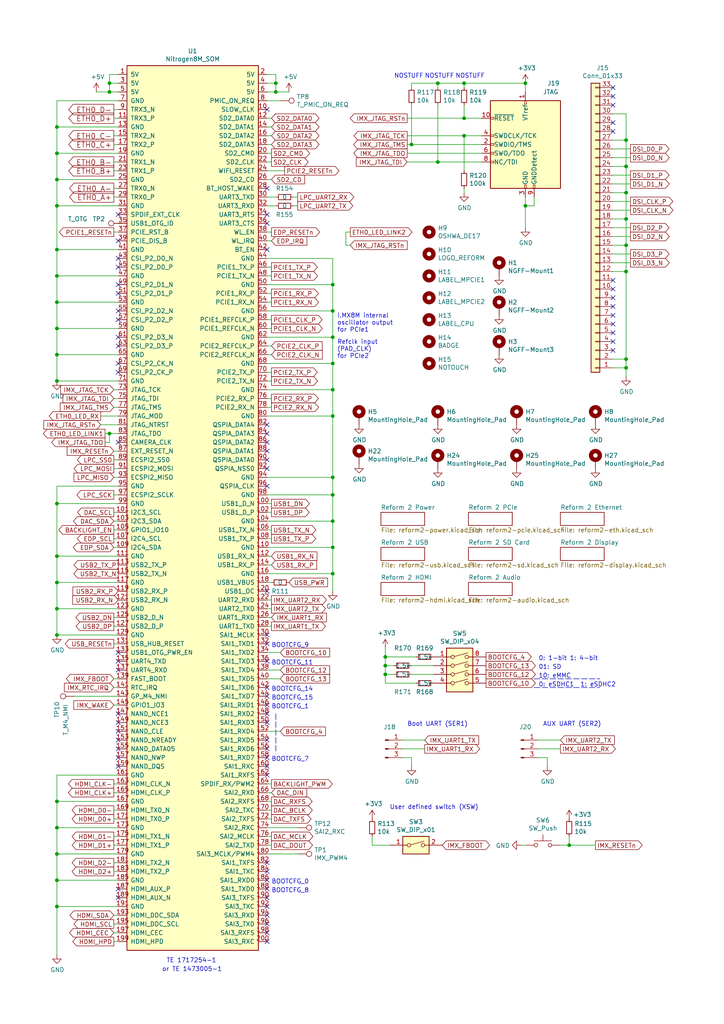
<source format=kicad_sch>
(kicad_sch (version 20211123) (generator eeschema)
  (paper "A4" portrait)
  (title_block (title "MNT Reform 2") (date "2022-10-12") (rev "2.5D-1") (company "MNT Research GmbH") (comment 1 "https://mntre.com") (comment 2 "Engineer: Lukas F. Hartmann") (comment 3 "License: CERN-OHL-S 2.0"))
  (junction (at 16.51 247.65))
  (junction (at 96.52 151.13))
  (junction (at 16.51 72.39))
  (junction (at 80.01 26.67))
  (junction (at 96.52 113.03))
  (junction (at 16.51 232.41))
  (junction (at 16.51 168.91))
  (junction (at 31.75 24.13))
  (junction (at 16.51 36.83))
  (junction (at 16.51 59.69))
  (junction (at 16.51 255.27))
  (junction (at 16.51 184.15))
  (junction (at 134.62 24.13))
  (junction (at 31.75 26.67))
  (junction (at 119.38 41.91))
  (junction (at 16.51 262.89))
  (junction (at 96.52 138.43))
  (junction (at 16.51 95.25))
  (junction (at 181.61 106.68))
  (junction (at 111.76 195.58))
  (junction (at 181.61 104.14))
  (junction (at 96.52 82.55))
  (junction (at 181.61 71.12))
  (junction (at 134.62 39.37))
  (junction (at 181.61 63.5))
  (junction (at 181.61 40.64))
  (junction (at 152.4 24.13))
  (junction (at 127 46.99))
  (junction (at 16.51 161.29))
  (junction (at 96.52 120.65))
  (junction (at 181.61 55.88))
  (junction (at 181.61 48.26))
  (junction (at 16.51 44.45))
  (junction (at 111.76 193.04))
  (junction (at 181.61 78.74))
  (junction (at 96.52 143.51))
  (junction (at 16.51 87.63))
  (junction (at 31.75 125.73))
  (junction (at 152.4 59.69))
  (junction (at 16.51 176.53))
  (junction (at 96.52 105.41))
  (junction (at 80.01 24.13))
  (junction (at 111.76 190.5))
  (junction (at 16.51 102.87))
  (junction (at 96.52 166.37))
  (junction (at 16.51 80.01))
  (junction (at 96.52 158.75))
  (junction (at 96.52 97.79))
  (junction (at 16.51 240.03))
  (junction (at 16.51 52.07))
  (junction (at 165.1 245.11))
  (junction (at 16.51 110.49))
  (junction (at 96.52 90.17))
  (junction (at 16.51 146.05))
  (junction (at 127 24.13))
  (junction (at 134.62 34.29))
  (no_connect (at 77.47 125.73))
  (no_connect (at 34.29 217.17))
  (no_connect (at 34.29 62.23))
  (no_connect (at 77.47 267.97))
  (no_connect (at 34.29 209.55))
  (no_connect (at 177.8 91.44))
  (no_connect (at 177.8 83.82))
  (no_connect (at 34.29 257.81))
  (no_connect (at 77.47 255.27))
  (no_connect (at 77.47 140.97))
  (no_connect (at 77.47 222.25))
  (no_connect (at 77.47 54.61))
  (no_connect (at 77.47 219.71))
  (no_connect (at 77.47 262.89))
  (no_connect (at 177.8 27.94))
  (no_connect (at 34.29 207.01))
  (no_connect (at 34.29 222.25))
  (no_connect (at 34.29 100.33))
  (no_connect (at 34.29 191.77))
  (no_connect (at 34.29 219.71))
  (no_connect (at 77.47 72.39))
  (no_connect (at 77.47 204.47))
  (no_connect (at 34.29 85.09))
  (no_connect (at 77.47 123.19))
  (no_connect (at 177.8 99.06))
  (no_connect (at 77.47 64.77))
  (no_connect (at 34.29 189.23))
  (no_connect (at 34.29 260.35))
  (no_connect (at 77.47 186.69))
  (no_connect (at 77.47 224.79))
  (no_connect (at 77.47 133.35))
  (no_connect (at 177.8 81.28))
  (no_connect (at 77.47 201.93))
  (no_connect (at 77.47 171.45))
  (no_connect (at 77.47 199.39))
  (no_connect (at 177.8 88.9))
  (no_connect (at 177.8 93.98))
  (no_connect (at 34.29 214.63))
  (no_connect (at 177.8 38.1))
  (no_connect (at 34.29 92.71))
  (no_connect (at 77.47 217.17))
  (no_connect (at 77.47 184.15))
  (no_connect (at 77.47 214.63))
  (no_connect (at 34.29 194.31))
  (no_connect (at 177.8 25.4))
  (no_connect (at 77.47 207.01))
  (no_connect (at 34.29 82.55))
  (no_connect (at 177.8 96.52))
  (no_connect (at 34.29 69.85))
  (no_connect (at 34.29 128.27))
  (no_connect (at 77.47 270.51))
  (no_connect (at 34.29 212.09))
  (no_connect (at 34.29 107.95))
  (no_connect (at 77.47 273.05))
  (no_connect (at 34.29 90.17))
  (no_connect (at 77.47 135.89))
  (no_connect (at 177.8 35.56))
  (no_connect (at 77.47 265.43))
  (no_connect (at 77.47 209.55))
  (no_connect (at 34.29 97.79))
  (no_connect (at 177.8 30.48))
  (no_connect (at 34.29 74.93))
  (no_connect (at 77.47 31.75))
  (no_connect (at 77.47 250.19))
  (no_connect (at 77.47 257.81))
  (no_connect (at 34.29 77.47))
  (no_connect (at 77.47 62.23))
  (no_connect (at 77.47 191.77))
  (no_connect (at 177.8 101.6))
  (no_connect (at 34.29 105.41))
  (no_connect (at 77.47 260.35))
  (no_connect (at 77.47 130.81))
  (no_connect (at 177.8 86.36))
  (no_connect (at 77.47 252.73))
  (no_connect (at 77.47 128.27))
  (wire (pts (xy 77.47 151.13) (xy 96.52 151.13)))
  (wire (pts (xy 77.47 24.13) (xy 80.01 24.13)))
  (wire (pts (xy 96.52 90.17) (xy 96.52 97.79)))
  (wire (pts (xy 16.51 80.01) (xy 16.51 87.63)))
  (wire (pts (xy 34.29 80.01) (xy 16.51 80.01)))
  (wire (pts (xy 111.76 195.58) (xy 111.76 193.04)))
  (wire (pts (xy 34.29 146.05) (xy 16.51 146.05)))
  (wire (pts (xy 127 24.13) (xy 127 25.4)))
  (wire (pts (xy 16.51 72.39) (xy 16.51 80.01)))
  (wire (pts (xy 119.38 24.13) (xy 119.38 25.4)))
  (wire (pts (xy 177.8 68.58) (xy 182.88 68.58)))
  (wire (pts (xy 34.29 52.07) (xy 16.51 52.07)))
  (wire (pts (xy 16.51 87.63) (xy 16.51 95.25)))
  (wire (pts (xy 100.33 67.31) (xy 101.6 67.31)))
  (wire (pts (xy 77.47 46.99) (xy 78.74 46.99)))
  (wire (pts (xy 83.82 26.67) (xy 80.01 26.67)))
  (wire (pts (xy 77.47 92.71) (xy 78.74 92.71)))
  (wire (pts (xy 181.61 78.74) (xy 181.61 104.14)))
  (wire (pts (xy 31.75 24.13) (xy 31.75 21.59)))
  (wire (pts (xy 77.47 120.65) (xy 96.52 120.65)))
  (wire (pts (xy 78.74 181.61) (xy 77.47 181.61)))
  (wire (pts (xy 33.02 54.61) (xy 34.29 54.61)))
  (wire (pts (xy 78.74 234.95) (xy 77.47 234.95)))
  (polyline (pts (xy 154.94 196.85) (xy 173.99 196.85)))
  (wire (pts (xy 16.51 59.69) (xy 16.51 72.39)))
  (wire (pts (xy 96.52 74.93) (xy 96.52 82.55)))
  (wire (pts (xy 34.29 140.97) (xy 16.51 140.97)))
  (wire (pts (xy 33.02 186.69) (xy 34.29 186.69)))
  (wire (pts (xy 111.76 193.04) (xy 114.3 193.04)))
  (wire (pts (xy 78.74 44.45) (xy 77.47 44.45)))
  (wire (pts (xy 77.47 138.43) (xy 96.52 138.43)))
  (wire (pts (xy 34.29 118.11) (xy 33.02 118.11)))
  (wire (pts (xy 16.51 262.89) (xy 16.51 255.27)))
  (wire (pts (xy 96.52 158.75) (xy 96.52 166.37)))
  (wire (pts (xy 177.8 48.26) (xy 181.61 48.26)))
  (wire (pts (xy 96.52 105.41) (xy 96.52 113.03)))
  (wire (pts (xy 34.29 31.75) (xy 33.02 31.75)))
  (wire (pts (xy 77.47 105.41) (xy 96.52 105.41)))
  (wire (pts (xy 77.47 82.55) (xy 96.52 82.55)))
  (wire (pts (xy 181.61 109.22) (xy 181.61 106.68)))
  (wire (pts (xy 78.74 87.63) (xy 77.47 87.63)))
  (wire (pts (xy 125.73 193.04) (xy 119.38 193.04)))
  (wire (pts (xy 152.4 59.69) (xy 152.4 66.04)))
  (wire (pts (xy 162.56 214.63) (xy 156.21 214.63)))
  (wire (pts (xy 181.61 48.26) (xy 181.61 55.88)))
  (wire (pts (xy 182.88 50.8) (xy 177.8 50.8)))
  (wire (pts (xy 29.21 120.65) (xy 34.29 120.65)))
  (wire (pts (xy 96.52 171.45) (xy 96.52 166.37)))
  (wire (pts (xy 16.51 255.27) (xy 34.29 255.27)))
  (wire (pts (xy 77.47 36.83) (xy 78.74 36.83)))
  (wire (pts (xy 34.29 57.15) (xy 33.02 57.15)))
  (wire (pts (xy 111.76 193.04) (xy 111.76 190.5)))
  (wire (pts (xy 78.74 148.59) (xy 77.47 148.59)))
  (wire (pts (xy 34.29 125.73) (xy 31.75 125.73)))
  (wire (pts (xy 81.28 29.21) (xy 77.47 29.21)))
  (wire (pts (xy 134.62 30.48) (xy 134.62 34.29)))
  (wire (pts (xy 33.02 46.99) (xy 34.29 46.99)))
  (wire (pts (xy 34.29 41.91) (xy 33.02 41.91)))
  (wire (pts (xy 165.1 245.11) (xy 172.72 245.11)))
  (wire (pts (xy 96.52 138.43) (xy 96.52 143.51)))
  (wire (pts (xy 33.02 181.61) (xy 34.29 181.61)))
  (wire (pts (xy 134.62 24.13) (xy 127 24.13)))
  (wire (pts (xy 165.1 242.57) (xy 165.1 245.11)))
  (wire (pts (xy 86.36 240.03) (xy 77.47 240.03)))
  (wire (pts (xy 34.29 267.97) (xy 33.02 267.97)))
  (wire (pts (xy 34.29 201.93) (xy 21.59 201.93)))
  (wire (pts (xy 34.29 72.39) (xy 16.51 72.39)))
  (wire (pts (xy 127 30.48) (xy 127 46.99)))
  (wire (pts (xy 16.51 140.97) (xy 16.51 146.05)))
  (wire (pts (xy 181.61 40.64) (xy 181.61 48.26)))
  (wire (pts (xy 34.29 232.41) (xy 16.51 232.41)))
  (wire (pts (xy 34.29 204.47) (xy 33.02 204.47)))
  (wire (pts (xy 78.74 161.29) (xy 77.47 161.29)))
  (wire (pts (xy 33.02 67.31) (xy 34.29 67.31)))
  (wire (pts (xy 34.29 245.11) (xy 33.02 245.11)))
  (wire (pts (xy 134.62 34.29) (xy 139.7 34.29)))
  (wire (pts (xy 30.48 128.27) (xy 31.75 128.27)))
  (wire (pts (xy 33.02 229.87) (xy 34.29 229.87)))
  (wire (pts (xy 127 24.13) (xy 119.38 24.13)))
  (wire (pts (xy 33.02 39.37) (xy 34.29 39.37)))
  (wire (pts (xy 34.29 110.49) (xy 16.51 110.49)))
  (wire (pts (xy 16.51 161.29) (xy 34.29 161.29)))
  (wire (pts (xy 78.74 168.91) (xy 77.47 168.91)))
  (wire (pts (xy 77.47 227.33) (xy 78.74 227.33)))
  (wire (pts (xy 177.8 60.96) (xy 182.88 60.96)))
  (wire (pts (xy 80.01 59.69) (xy 77.47 59.69)))
  (wire (pts (xy 181.61 33.02) (xy 181.61 40.64)))
  (wire (pts (xy 77.47 173.99) (xy 78.74 173.99)))
  (wire (pts (xy 78.74 156.21) (xy 77.47 156.21)))
  (wire (pts (xy 33.02 130.81) (xy 34.29 130.81)))
  (wire (pts (xy 101.6 71.12) (xy 100.33 71.12)))
  (wire (pts (xy 96.52 120.65) (xy 96.52 138.43)))
  (wire (pts (xy 177.8 63.5) (xy 181.61 63.5)))
  (wire (pts (xy 77.47 153.67) (xy 78.74 153.67)))
  (wire (pts (xy 16.51 247.65) (xy 16.51 255.27)))
  (wire (pts (xy 34.29 44.45) (xy 16.51 44.45)))
  (wire (pts (xy 33.02 252.73) (xy 34.29 252.73)))
  (wire (pts (xy 134.62 39.37) (xy 139.7 39.37)))
  (wire (pts (xy 34.29 273.05) (xy 33.02 273.05)))
  (polyline (pts (xy 154.94 199.39) (xy 173.99 199.39)))
  (wire (pts (xy 182.88 58.42) (xy 177.8 58.42)))
  (wire (pts (xy 34.29 179.07) (xy 33.02 179.07)))
  (wire (pts (xy 34.29 199.39) (xy 33.02 199.39)))
  (wire (pts (xy 123.19 214.63) (xy 116.84 214.63)))
  (wire (pts (xy 77.47 113.03) (xy 96.52 113.03)))
  (wire (pts (xy 152.4 24.13) (xy 134.62 24.13)))
  (wire (pts (xy 35.56 64.77) (xy 34.29 64.77)))
  (wire (pts (xy 34.29 133.35) (xy 33.02 133.35)))
  (wire (pts (xy 33.02 153.67) (xy 34.29 153.67)))
  (wire (pts (xy 34.29 250.19) (xy 33.02 250.19)))
  (wire (pts (xy 158.75 219.71) (xy 156.21 219.71)))
  (wire (pts (xy 77.47 102.87) (xy 78.74 102.87)))
  (wire (pts (xy 77.47 146.05) (xy 78.74 146.05)))
  (wire (pts (xy 77.47 41.91) (xy 78.74 41.91)))
  (wire (pts (xy 31.75 26.67) (xy 27.94 26.67)))
  (wire (pts (xy 125.73 195.58) (xy 119.38 195.58)))
  (wire (pts (xy 16.51 102.87) (xy 16.51 110.49)))
  (wire (pts (xy 16.51 52.07) (xy 16.51 59.69)))
  (wire (pts (xy 78.74 95.25) (xy 77.47 95.25)))
  (wire (pts (xy 177.8 40.64) (xy 181.61 40.64)))
  (wire (pts (xy 34.29 227.33) (xy 33.02 227.33)))
  (wire (pts (xy 77.47 26.67) (xy 80.01 26.67)))
  (wire (pts (xy 182.88 45.72) (xy 177.8 45.72)))
  (wire (pts (xy 34.29 24.13) (xy 31.75 24.13)))
  (wire (pts (xy 77.47 158.75) (xy 96.52 158.75)))
  (wire (pts (xy 96.52 82.55) (xy 96.52 90.17)))
  (wire (pts (xy 78.74 115.57) (xy 77.47 115.57)))
  (wire (pts (xy 177.8 33.02) (xy 181.61 33.02)))
  (wire (pts (xy 182.88 73.66) (xy 177.8 73.66)))
  (wire (pts (xy 162.56 245.11) (xy 165.1 245.11)))
  (wire (pts (xy 182.88 66.04) (xy 177.8 66.04)))
  (wire (pts (xy 134.62 55.88) (xy 134.62 54.61)))
  (wire (pts (xy 127 46.99) (xy 139.7 46.99)))
  (wire (pts (xy 118.11 39.37) (xy 134.62 39.37)))
  (wire (pts (xy 16.51 146.05) (xy 16.51 161.29)))
  (wire (pts (xy 152.4 57.15) (xy 152.4 59.69)))
  (wire (pts (xy 16.51 176.53) (xy 16.51 184.15)))
  (wire (pts (xy 34.29 113.03) (xy 33.02 113.03)))
  (wire (pts (xy 96.52 97.79) (xy 96.52 105.41)))
  (wire (pts (xy 16.51 276.86) (xy 16.51 262.89)))
  (wire (pts (xy 77.47 85.09) (xy 78.74 85.09)))
  (wire (pts (xy 34.29 237.49) (xy 33.02 237.49)))
  (wire (pts (xy 77.47 49.53) (xy 82.55 49.53)))
  (wire (pts (xy 77.47 77.47) (xy 78.74 77.47)))
  (wire (pts (xy 77.47 179.07) (xy 78.74 179.07)))
  (wire (pts (xy 33.02 270.51) (xy 34.29 270.51)))
  (wire (pts (xy 34.29 247.65) (xy 16.51 247.65)))
  (wire (pts (xy 77.47 237.49) (xy 78.74 237.49)))
  (wire (pts (xy 177.8 76.2) (xy 182.88 76.2)))
  (wire (pts (xy 100.33 71.12) (xy 100.33 67.31)))
  (wire (pts (xy 181.61 63.5) (xy 181.61 71.12)))
  (wire (pts (xy 77.47 110.49) (xy 78.74 110.49)))
  (wire (pts (xy 78.74 242.57) (xy 77.47 242.57)))
  (wire (pts (xy 31.75 128.27) (xy 31.75 125.73)))
  (wire (pts (xy 29.21 123.19) (xy 34.29 123.19)))
  (wire (pts (xy 77.47 21.59) (xy 80.01 21.59)))
  (wire (pts (xy 31.75 125.73) (xy 30.48 125.73)))
  (wire (pts (xy 162.56 217.17) (xy 156.21 217.17)))
  (wire (pts (xy 77.47 245.11) (xy 78.74 245.11)))
  (wire (pts (xy 16.51 168.91) (xy 16.51 176.53)))
  (wire (pts (xy 118.11 34.29) (xy 134.62 34.29)))
  (polyline (pts (xy 80.01 207.01) (xy 80.01 218.44)))
  (wire (pts (xy 107.95 245.11) (xy 107.95 242.57)))
  (wire (pts (xy 78.74 52.07) (xy 77.47 52.07)))
  (wire (pts (xy 96.52 143.51) (xy 96.52 151.13)))
  (wire (pts (xy 34.29 102.87) (xy 16.51 102.87)))
  (wire (pts (xy 31.75 26.67) (xy 31.75 24.13)))
  (wire (pts (xy 80.01 26.67) (xy 80.01 24.13)))
  (wire (pts (xy 81.28 189.23) (xy 77.47 189.23)))
  (wire (pts (xy 33.02 138.43) (xy 34.29 138.43)))
  (wire (pts (xy 78.74 107.95) (xy 77.47 107.95)))
  (wire (pts (xy 80.01 24.13) (xy 80.01 21.59)))
  (wire (pts (xy 78.74 80.01) (xy 77.47 80.01)))
  (wire (pts (xy 77.47 90.17) (xy 96.52 90.17)))
  (wire (pts (xy 16.51 232.41) (xy 16.51 240.03)))
  (wire (pts (xy 139.7 44.45) (xy 118.11 44.45)))
  (wire (pts (xy 77.47 97.79) (xy 96.52 97.79)))
  (wire (pts (xy 78.74 229.87) (xy 77.47 229.87)))
  (wire (pts (xy 34.29 158.75) (xy 33.02 158.75)))
  (wire (pts (xy 16.51 262.89) (xy 34.29 262.89)))
  (wire (pts (xy 134.62 49.53) (xy 134.62 39.37)))
  (wire (pts (xy 34.29 224.79) (xy 16.51 224.79)))
  (wire (pts (xy 134.62 24.13) (xy 134.62 25.4)))
  (wire (pts (xy 33.02 242.57) (xy 34.29 242.57)))
  (wire (pts (xy 119.38 41.91) (xy 139.7 41.91)))
  (wire (pts (xy 33.02 156.21) (xy 34.29 156.21)))
  (wire (pts (xy 33.02 196.85) (xy 34.29 196.85)))
  (wire (pts (xy 177.8 53.34) (xy 182.88 53.34)))
  (wire (pts (xy 151.13 245.11) (xy 152.4 245.11)))
  (wire (pts (xy 85.09 57.15) (xy 86.36 57.15)))
  (wire (pts (xy 34.29 176.53) (xy 16.51 176.53)))
  (wire (pts (xy 81.28 212.09) (xy 77.47 212.09)))
  (wire (pts (xy 16.51 102.87) (xy 16.51 95.25)))
  (wire (pts (xy 119.38 222.25) (xy 119.38 219.71)))
  (wire (pts (xy 33.02 34.29) (xy 34.29 34.29)))
  (wire (pts (xy 34.29 29.21) (xy 16.51 29.21)))
  (wire (pts (xy 181.61 106.68) (xy 177.8 106.68)))
  (wire (pts (xy 78.74 34.29) (xy 77.47 34.29)))
  (wire (pts (xy 96.52 113.03) (xy 96.52 120.65)))
  (wire (pts (xy 111.76 195.58) (xy 114.3 195.58)))
  (wire (pts (xy 34.29 59.69) (xy 16.51 59.69)))
  (wire (pts (xy 33.02 234.95) (xy 34.29 234.95)))
  (wire (pts (xy 34.29 240.03) (xy 16.51 240.03)))
  (wire (pts (xy 77.47 69.85) (xy 78.74 69.85)))
  (wire (pts (xy 81.28 194.31) (xy 77.47 194.31)))
  (wire (pts (xy 154.94 59.69) (xy 154.94 57.15)))
  (wire (pts (xy 177.8 78.74) (xy 181.61 78.74)))
  (wire (pts (xy 34.29 49.53) (xy 33.02 49.53)))
  (wire (pts (xy 33.02 151.13) (xy 34.29 151.13)))
  (wire (pts (xy 34.29 21.59) (xy 31.75 21.59)))
  (wire (pts (xy 34.29 26.67) (xy 31.75 26.67)))
  (wire (pts (xy 77.47 163.83) (xy 78.74 163.83)))
  (wire (pts (xy 77.47 143.51) (xy 96.52 143.51)))
  (wire (pts (xy 158.75 222.25) (xy 158.75 219.71)))
  (wire (pts (xy 85.09 59.69) (xy 86.36 59.69)))
  (wire (pts (xy 113.03 245.11) (xy 107.95 245.11)))
  (wire (pts (xy 181.61 104.14) (xy 181.61 106.68)))
  (wire (pts (xy 177.8 55.88) (xy 181.61 55.88)))
  (wire (pts (xy 119.38 41.91) (xy 119.38 30.48)))
  (wire (pts (xy 34.29 168.91) (xy 16.51 168.91)))
  (wire (pts (xy 77.47 118.11) (xy 78.74 118.11)))
  (wire (pts (xy 16.51 240.03) (xy 16.51 247.65)))
  (wire (pts (xy 181.61 55.88) (xy 181.61 63.5)))
  (wire (pts (xy 119.38 219.71) (xy 116.84 219.71)))
  (wire (pts (xy 111.76 190.5) (xy 120.65 190.5)))
  (wire (pts (xy 177.8 71.12) (xy 181.61 71.12)))
  (wire (pts (xy 16.51 168.91) (xy 16.51 161.29)))
  (wire (pts (xy 77.47 67.31) (xy 78.74 67.31)))
  (wire (pts (xy 16.51 29.21) (xy 16.51 36.83)))
  (wire (pts (xy 33.02 135.89) (xy 34.29 135.89)))
  (wire (pts (xy 118.11 41.91) (xy 119.38 41.91)))
  (wire (pts (xy 152.4 59.69) (xy 154.94 59.69)))
  (wire (pts (xy 34.29 87.63) (xy 16.51 87.63)))
  (wire (pts (xy 123.19 217.17) (xy 116.84 217.17)))
  (wire (pts (xy 77.47 247.65) (xy 86.36 247.65)))
  (wire (pts (xy 16.51 44.45) (xy 16.51 52.07)))
  (wire (pts (xy 78.74 39.37) (xy 77.47 39.37)))
  (wire (pts (xy 96.52 166.37) (xy 77.47 166.37)))
  (wire (pts (xy 16.51 95.25) (xy 34.29 95.25)))
  (wire (pts (xy 77.47 232.41) (xy 78.74 232.41)))
  (wire (pts (xy 182.88 43.18) (xy 177.8 43.18)))
  (wire (pts (xy 181.61 71.12) (xy 181.61 78.74)))
  (wire (pts (xy 78.74 100.33) (xy 77.47 100.33)))
  (wire (pts (xy 96.52 151.13) (xy 96.52 158.75)))
  (wire (pts (xy 34.29 184.15) (xy 16.51 184.15)))
  (wire (pts (xy 33.02 115.57) (xy 34.29 115.57)))
  (wire (pts (xy 81.28 196.85) (xy 77.47 196.85)))
  (wire (pts (xy 16.51 224.79) (xy 16.51 232.41)))
  (wire (pts (xy 77.47 74.93) (xy 96.52 74.93)))
  (wire (pts (xy 16.51 36.83) (xy 16.51 44.45)))
  (wire (pts (xy 78.74 176.53) (xy 77.47 176.53)))
  (wire (pts (xy 33.02 148.59) (xy 34.29 148.59)))
  (wire (pts (xy 33.02 265.43) (xy 34.29 265.43)))
  (wire (pts (xy 33.02 143.51) (xy 34.29 143.51)))
  (wire (pts (xy 177.8 104.14) (xy 181.61 104.14)))
  (wire (pts (xy 120.65 198.12) (xy 111.76 198.12)))
  (wire (pts (xy 127 46.99) (xy 118.11 46.99)))
  (wire (pts (xy 152.4 24.13) (xy 152.4 26.67)))
  (wire (pts (xy 111.76 195.58) (xy 111.76 198.12)))
  (wire (pts (xy 34.29 36.83) (xy 16.51 36.83)))
  (wire (pts (xy 111.76 187.96) (xy 111.76 190.5)))
  (wire (pts (xy 77.47 57.15) (xy 80.01 57.15)))
  (text "NOSTUFF" (at 114.3 22.86 0) (effects (font (size 1.27 1.27)) (justify left bottom)))
  (text "01: SD" (at 156.21 194.31 0) (effects (font (size 1.27 1.27)) (justify left bottom)))
  (text "BOOTCFG_7" (at 78.74 220.98 0) (effects (font (size 1.27 1.27)) (justify left bottom)))
  (text "BOOTCFG_0" (at 78.74 256.54 0) (effects (font (size 1.27 1.27)) (justify left bottom)))
  (text "10: eMMC" (at 156.21 196.85 0) (effects (font (size 1.27 1.27)) (justify left bottom)))
  (text "TE 1717254-1" (at 48.26 279.4 0) (effects (font (size 1.27 1.27)) (justify left bottom)))
  (text "BOOTCFG_9" (at 78.74 187.96 0) (effects (font (size 1.27 1.27)) (justify left bottom)))
  (text "Boot UART (SER1)" (at 118.11 210.82 0) (effects (font (size 1.27 1.27)) (justify left bottom)))
  (text "User defined switch (XSW)" (at 113.03 234.95 0) (effects (font (size 1.27 1.27)) (justify left bottom)))
  (text "BOOTCFG_14" (at 78.74 200.66 0) (effects (font (size 1.27 1.27)) (justify left bottom)))
  (text "BOOTCFG_15" (at 78.74 203.2 0) (effects (font (size 1.27 1.27)) (justify left bottom)))
  (text "NOSTUFF" (at 123.19 22.86 0) (effects (font (size 1.27 1.27)) (justify left bottom)))
  (text "0: 1-bit 1: 4-bit" (at 156.21 191.77 0) (effects (font (size 1.27 1.27)) (justify left bottom)))
  (text "BOOTCFG_1" (at 78.74 205.74 0) (effects (font (size 1.27 1.27)) (justify left bottom)))
  (text "NOSTUFF" (at 132.08 22.86 0) (effects (font (size 1.27 1.27)) (justify left bottom)))
  (text "BOOTCFG_11" (at 78.74 193.04 0) (effects (font (size 1.27 1.27)) (justify left bottom)))
  (text "BOOTCFG_8" (at 78.74 259.08 0) (effects (font (size 1.27 1.27)) (justify left bottom)))
  (text "i.MX8M internal \noscillator output \nfor PCIe1" (at 97.79 96.52 0) (effects (font (size 1.27 1.27)) (justify left bottom)))
  (text "Refclk input \n(PAD_CLK) \nfor PCIe2" (at 97.79 104.14 0) (effects (font (size 1.27 1.27)) (justify left bottom)))
  (text "or TE 1473005-1" (at 46.99 281.94 0) (effects (font (size 1.27 1.27)) (justify left bottom)))
  (text "AUX UART (SER2)" (at 157.48 210.82 0) (effects (font (size 1.27 1.27)) (justify left bottom)))
  (text "0: eSDHC1  1: eSDHC2" (at 156.21 199.39 0) (effects (font (size 1.27 1.27)) (justify left bottom)))
  (global_label "ETH0_D+" (shape output) (at 33.02 34.29 180) (effects (font (size 1.524 1.524))) (property "Intersheet References" "${INTERSHEET_REFS}" (effects hide)))
  (global_label "IMX_JTAG_TMS" (shape output) (at 118.11 41.91 180) (property "Intersheet References" "${INTERSHEET_REFS}" (effects hide)))
  (global_label "HDMI_D2+" (shape output) (at 33.02 252.73 180) (property "Intersheet References" "${INTERSHEET_REFS}" (effects hide)))
  (global_label "PCIE1_TX_N" (shape output) (at 78.74 80.01 0) (property "Intersheet References" "${INTERSHEET_REFS}" (effects hide)))
  (global_label "DAC_SCL" (shape output) (at 33.02 148.59 180) (property "Intersheet References" "${INTERSHEET_REFS}" (effects hide)))
  (global_label "PCIE1_RESETn" (shape output) (at 33.02 67.31 180) (property "Intersheet References" "${INTERSHEET_REFS}" (effects hide)))
  (global_label "IMX_JTAG_RSTn" (shape input) (at 101.6 71.12 0) (property "Intersheet References" "${INTERSHEET_REFS}" (effects hide)))
  (global_label "USB2_DP" (shape output) (at 33.02 181.61 180) (property "Intersheet References" "${INTERSHEET_REFS}" (effects hide)))
  (global_label "IMX_UART2_TX" (shape input) (at 162.56 214.63 0) (property "Intersheet References" "${INTERSHEET_REFS}" (effects hide)))
  (global_label "ETH0_LED_LINK1" (shape output) (at 30.48 125.73 180) (property "Intersheet References" "${INTERSHEET_REFS}" (effects hide)))
  (global_label "DAC_DOUT" (shape output) (at 78.74 245.11 0) (property "Intersheet References" "${INTERSHEET_REFS}" (effects hide)))
  (global_label "PCIE1_CLK_N" (shape output) (at 78.74 95.25 0) (property "Intersheet References" "${INTERSHEET_REFS}" (effects hide)))
  (global_label "DAC_MCLK" (shape output) (at 78.74 242.57 0) (property "Intersheet References" "${INTERSHEET_REFS}" (effects hide)))
  (global_label "ETH0_B+" (shape output) (at 33.02 49.53 180) (effects (font (size 1.524 1.524))) (property "Intersheet References" "${INTERSHEET_REFS}" (effects hide)))
  (global_label "HDMI_D0+" (shape output) (at 33.02 237.49 180) (property "Intersheet References" "${INTERSHEET_REFS}" (effects hide)))
  (global_label "DSI_D1_P" (shape output) (at 182.88 50.8 0) (property "Intersheet References" "${INTERSHEET_REFS}" (effects hide)))
  (global_label "DAC_TXFS" (shape output) (at 78.74 237.49 0) (property "Intersheet References" "${INTERSHEET_REFS}" (effects hide)))
  (global_label "DSI_D0_N" (shape output) (at 182.88 45.72 0) (property "Intersheet References" "${INTERSHEET_REFS}" (effects hide)))
  (global_label "DAC_SDA" (shape bidirectional) (at 33.02 151.13 180) (property "Intersheet References" "${INTERSHEET_REFS}" (effects hide)))
  (global_label "SD2_DATA3" (shape bidirectional) (at 78.74 41.91 0) (property "Intersheet References" "${INTERSHEET_REFS}" (effects hide)))
  (global_label "PCIE1_RX_N" (shape output) (at 78.74 87.63 0) (property "Intersheet References" "${INTERSHEET_REFS}" (effects hide)))
  (global_label "HDMI_SCL" (shape output) (at 33.02 267.97 180) (property "Intersheet References" "${INTERSHEET_REFS}" (effects hide)))
  (global_label "USB2_TX_P" (shape output) (at 34.29 163.83 180) (property "Intersheet References" "${INTERSHEET_REFS}" (effects hide)))
  (global_label "IMX_JTAG_TMS" (shape input) (at 33.02 118.11 180) (property "Intersheet References" "${INTERSHEET_REFS}" (effects hide)))
  (global_label "USB2_RX_N" (shape input) (at 34.29 173.99 180) (property "Intersheet References" "${INTERSHEET_REFS}" (effects hide)))
  (global_label "DSI_CLK_P" (shape output) (at 182.88 58.42 0) (property "Intersheet References" "${INTERSHEET_REFS}" (effects hide)))
  (global_label "EDP_RESETn" (shape output) (at 78.74 67.31 0) (property "Intersheet References" "${INTERSHEET_REFS}" (effects hide)))
  (global_label "PCIE2_RESETn" (shape output) (at 82.55 49.53 0) (property "Intersheet References" "${INTERSHEET_REFS}" (effects hide)))
  (global_label "IMX_UART1_TX" (shape input) (at 123.19 214.63 0) (property "Intersheet References" "${INTERSHEET_REFS}" (effects hide)))
  (global_label "IMX_JTAG_TCK" (shape input) (at 33.02 113.03 180) (property "Intersheet References" "${INTERSHEET_REFS}" (effects hide)))
  (global_label "IMX_UART2_RX" (shape output) (at 162.56 217.17 0) (property "Intersheet References" "${INTERSHEET_REFS}" (effects hide)))
  (global_label "LPC_UART2_TX" (shape output) (at 86.36 59.69 0) (property "Intersheet References" "${INTERSHEET_REFS}" (effects hide)))
  (global_label "USB2_DN" (shape output) (at 33.02 179.07 180) (property "Intersheet References" "${INTERSHEET_REFS}" (effects hide)))
  (global_label "IMX_FBOOT" (shape bidirectional) (at 33.02 196.85 180) (property "Intersheet References" "${INTERSHEET_REFS}" (effects hide)))
  (global_label "ETH0_C+" (shape output) (at 33.02 41.91 180) (effects (font (size 1.524 1.524))) (property "Intersheet References" "${INTERSHEET_REFS}" (effects hide)))
  (global_label "IMX_JTAG_RSTn" (shape input) (at 29.21 123.19 180) (property "Intersheet References" "${INTERSHEET_REFS}" (effects hide)))
  (global_label "USB1_TX_P" (shape output) (at 78.74 156.21 0) (property "Intersheet References" "${INTERSHEET_REFS}" (effects hide)))
  (global_label "USB1_TX_N" (shape output) (at 78.74 153.67 0) (property "Intersheet References" "${INTERSHEET_REFS}" (effects hide)))
  (global_label "IMX_UART1_TX" (shape output) (at 78.74 181.61 0) (property "Intersheet References" "${INTERSHEET_REFS}" (effects hide)))
  (global_label "DAC_BCLK" (shape output) (at 78.74 234.95 0) (property "Intersheet References" "${INTERSHEET_REFS}" (effects hide)))
  (global_label "HDMI_D1+" (shape output) (at 33.02 245.11 180) (property "Intersheet References" "${INTERSHEET_REFS}" (effects hide)))
  (global_label "BACKLIGHT_EN" (shape output) (at 33.02 153.67 180) (property "Intersheet References" "${INTERSHEET_REFS}" (effects hide)))
  (global_label "USB_RESETn" (shape output) (at 33.02 186.69 180) (property "Intersheet References" "${INTERSHEET_REFS}" (effects hide)))
  (global_label "ETH0_LED_RX" (shape output) (at 29.21 120.65 180) (property "Intersheet References" "${INTERSHEET_REFS}" (effects hide)))
  (global_label "EDP_IRQ" (shape input) (at 78.74 69.85 0) (property "Intersheet References" "${INTERSHEET_REFS}" (effects hide)))
  (global_label "BOOTCFG_13" (shape output) (at 140.97 193.04 0) (property "Intersheet References" "${INTERSHEET_REFS}" (effects hide)))
  (global_label "PCIE1_TX_P" (shape output) (at 78.74 77.47 0) (property "Intersheet References" "${INTERSHEET_REFS}" (effects hide)))
  (global_label "ETH0_A-" (shape output) (at 33.02 54.61 180) (effects (font (size 1.524 1.524))) (property "Intersheet References" "${INTERSHEET_REFS}" (effects hide)))
  (global_label "USB2_TX_N" (shape output) (at 34.29 166.37 180) (property "Intersheet References" "${INTERSHEET_REFS}" (effects hide)))
  (global_label "BACKLIGHT_PWM" (shape output) (at 78.74 227.33 0) (property "Intersheet References" "${INTERSHEET_REFS}" (effects hide)))
  (global_label "IMX_JTAG_TCK" (shape output) (at 118.11 39.37 180) (property "Intersheet References" "${INTERSHEET_REFS}" (effects hide)))
  (global_label "IMX_UART1_RX" (shape output) (at 123.19 217.17 0) (property "Intersheet References" "${INTERSHEET_REFS}" (effects hide)))
  (global_label "IMX_UART2_TX" (shape output) (at 78.74 176.53 0) (property "Intersheet References" "${INTERSHEET_REFS}" (effects hide)))
  (global_label "IMX_JTAG_TDO" (shape output) (at 118.11 44.45 180) (property "Intersheet References" "${INTERSHEET_REFS}" (effects hide)))
  (global_label "LPC_SCK" (shape output) (at 33.02 143.51 180) (property "Intersheet References" "${INTERSHEET_REFS}" (effects hide)))
  (global_label "IMX_JTAG_RSTn" (shape output) (at 118.11 34.29 180) (property "Intersheet References" "${INTERSHEET_REFS}" (effects hide)))
  (global_label "IMX_UART1_RX" (shape input) (at 78.74 179.07 0) (property "Intersheet References" "${INTERSHEET_REFS}" (effects hide)))
  (global_label "HDMI_SDA" (shape bidirectional) (at 33.02 265.43 180) (property "Intersheet References" "${INTERSHEET_REFS}" (effects hide)))
  (global_label "HDMI_CLK+" (shape output) (at 33.02 229.87 180) (property "Intersheet References" "${INTERSHEET_REFS}" (effects hide)))
  (global_label "SD2_DATA2" (shape bidirectional) (at 78.74 39.37 0) (property "Intersheet References" "${INTERSHEET_REFS}" (effects hide)))
  (global_label "PCIE2_CLK_N" (shape input) (at 78.74 102.87 0) (property "Intersheet References" "${INTERSHEET_REFS}" (effects hide)))
  (global_label "DSI_D2_N" (shape output) (at 182.88 68.58 0) (property "Intersheet References" "${INTERSHEET_REFS}" (effects hide)))
  (global_label "PCIE1_RX_P" (shape output) (at 78.74 85.09 0) (property "Intersheet References" "${INTERSHEET_REFS}" (effects hide)))
  (global_label "BOOTCFG_10" (shape output) (at 140.97 198.12 0) (property "Intersheet References" "${INTERSHEET_REFS}" (effects hide)))
  (global_label "LPC_SS0" (shape output) (at 33.02 133.35 180) (property "Intersheet References" "${INTERSHEET_REFS}" (effects hide)))
  (global_label "USB_PWR" (shape input) (at 83.82 168.91 0) (property "Intersheet References" "${INTERSHEET_REFS}" (effects hide)))
  (global_label "ETH0_C-" (shape output) (at 33.02 39.37 180) (effects (font (size 1.524 1.524))) (property "Intersheet References" "${INTERSHEET_REFS}" (effects hide)))
  (global_label "USB1_RX_N" (shape input) (at 78.74 161.29 0) (property "Intersheet References" "${INTERSHEET_REFS}" (effects hide)))
  (global_label "IMX_JTAG_TDI" (shape input) (at 118.11 46.99 180) (property "Intersheet References" "${INTERSHEET_REFS}" (effects hide)))
  (global_label "USB1_DP" (shape output) (at 78.74 148.59 0) (property "Intersheet References" "${INTERSHEET_REFS}" (effects hide)))
  (global_label "IMX_RESETn" (shape input) (at 33.02 130.81 180) (property "Intersheet References" "${INTERSHEET_REFS}" (effects hide)))
  (global_label "IMX_UART2_RX" (shape output) (at 78.74 173.99 0) (property "Intersheet References" "${INTERSHEET_REFS}" (effects hide)))
  (global_label "LPC_MISO" (shape input) (at 33.02 138.43 180) (property "Intersheet References" "${INTERSHEET_REFS}" (effects hide)))
  (global_label "PCIE1_CLK_P" (shape output) (at 78.74 92.71 0) (property "Intersheet References" "${INTERSHEET_REFS}" (effects hide)))
  (global_label "USB1_DN" (shape output) (at 78.74 146.05 0) (property "Intersheet References" "${INTERSHEET_REFS}" (effects hide)))
  (global_label "IMX_JTAG_TDI" (shape input) (at 33.02 115.57 180) (property "Intersheet References" "${INTERSHEET_REFS}" (effects hide)))
  (global_label "ETH0_B-" (shape output) (at 33.02 46.99 180) (effects (font (size 1.524 1.524))) (property "Intersheet References" "${INTERSHEET_REFS}" (effects hide)))
  (global_label "ETH0_A+" (shape output) (at 33.02 57.15 180) (effects (font (size 1.524 1.524))) (property "Intersheet References" "${INTERSHEET_REFS}" (effects hide)))
  (global_label "BOOTCFG_4" (shape input) (at 81.28 212.09 0) (property "Intersheet References" "${INTERSHEET_REFS}" (effects hide)))
  (global_label "BOOTCFG_12" (shape input) (at 81.28 194.31 0) (property "Intersheet References" "${INTERSHEET_REFS}" (effects hide)))
  (global_label "EDP_SDA" (shape bidirectional) (at 33.02 158.75 180) (property "Intersheet References" "${INTERSHEET_REFS}" (effects hide)))
  (global_label "PCIE2_CLK_P" (shape input) (at 78.74 100.33 0) (property "Intersheet References" "${INTERSHEET_REFS}" (effects hide)))
  (global_label "DSI_D0_P" (shape output) (at 182.88 43.18 0) (property "Intersheet References" "${INTERSHEET_REFS}" (effects hide)))
  (global_label "HDMI_CLK-" (shape output) (at 33.02 227.33 180) (property "Intersheet References" "${INTERSHEET_REFS}" (effects hide)))
  (global_label "BOOTCFG_12" (shape output) (at 140.97 195.58 0) (property "Intersheet References" "${INTERSHEET_REFS}" (effects hide)))
  (global_label "HDMI_CEC" (shape bidirectional) (at 33.02 270.51 180) (property "Intersheet References" "${INTERSHEET_REFS}" (effects hide)))
  (global_label "BOOTCFG_4" (shape output) (at 140.97 190.5 0) (property "Intersheet References" "${INTERSHEET_REFS}" (effects hide)))
  (global_label "IMX_RESETn" (shape output) (at 172.72 245.11 0) (property "Intersheet References" "${INTERSHEET_REFS}" (effects hide)))
  (global_label "DAC_RXFS" (shape output) (at 78.74 232.41 0) (property "Intersheet References" "${INTERSHEET_REFS}" (effects hide)))
  (global_label "LPC_UART2_RX" (shape output) (at 86.36 57.15 0) (property "Intersheet References" "${INTERSHEET_REFS}" (effects hide)))
  (global_label "LPC_MOSI" (shape output) (at 33.02 135.89 180) (property "Intersheet References" "${INTERSHEET_REFS}" (effects hide)))
  (global_label "SD2_CD" (shape input) (at 78.74 52.07 0) (property "Intersheet References" "${INTERSHEET_REFS}" (effects hide)))
  (global_label "BOOTCFG_10" (shape input) (at 81.28 189.23 0) (property "Intersheet References" "${INTERSHEET_REFS}" (effects hide)))
  (global_label "IMX_RTC_IRQ" (shape input) (at 33.02 199.39 180) (property "Intersheet References" "${INTERSHEET_REFS}" (effects hide)))
  (global_label "SD2_DATA1" (shape bidirectional) (at 78.74 36.83 0) (property "Intersheet References" "${INTERSHEET_REFS}" (effects hide)))
  (global_label "DSI_D1_N" (shape output) (at 182.88 53.34 0) (property "Intersheet References" "${INTERSHEET_REFS}" (effects hide)))
  (global_label "IMX_WAKE" (shape input) (at 33.02 204.47 180) (property "Intersheet References" "${INTERSHEET_REFS}" (effects hide)))
  (global_label "HDMI_D0-" (shape output) (at 33.02 234.95 180) (property "Intersheet References" "${INTERSHEET_REFS}" (effects hide)))
  (global_label "IMX_FBOOT" (shape bidirectional) (at 128.27 245.11 0) (property "Intersheet References" "${INTERSHEET_REFS}" (effects hide)))
  (global_label "SD2_DATA0" (shape bidirectional) (at 78.74 34.29 0) (property "Intersheet References" "${INTERSHEET_REFS}" (effects hide)))
  (global_label "DSI_D3_N" (shape output) (at 182.88 76.2 0) (property "Intersheet References" "${INTERSHEET_REFS}" (effects hide)))
  (global_label "ETH0_LED_LINK2" (shape output) (at 101.6 67.31 0) (property "Intersheet References" "${INTERSHEET_REFS}" (effects hide)))
  (global_label "HDMI_D1-" (shape output) (at 33.02 242.57 180) (property "Intersheet References" "${INTERSHEET_REFS}" (effects hide)))
  (global_label "IMX_JTAG_TDO" (shape output) (at 30.48 128.27 180) (property "Intersheet References" "${INTERSHEET_REFS}" (effects hide)))
  (global_label "DSI_D3_P" (shape output) (at 182.88 73.66 0) (property "Intersheet References" "${INTERSHEET_REFS}" (effects hide)))
  (global_label "SD2_CMD" (shape output) (at 78.74 44.45 0) (property "Intersheet References" "${INTERSHEET_REFS}" (effects hide)))
  (global_label "HDMI_HPD" (shape output) (at 33.02 273.05 180) (property "Intersheet References" "${INTERSHEET_REFS}" (effects hide)))
  (global_label "HDMI_D2-" (shape output) (at 33.02 250.19 180) (property "Intersheet References" "${INTERSHEET_REFS}" (effects hide)))
  (global_label "DSI_CLK_N" (shape output) (at 182.88 60.96 0) (property "Intersheet References" "${INTERSHEET_REFS}" (effects hide)))
  (global_label "PCIE2_TX_P" (shape output) (at 78.74 107.95 0) (property "Intersheet References" "${INTERSHEET_REFS}" (effects hide)))
  (global_label "DSI_D2_P" (shape output) (at 182.88 66.04 0) (property "Intersheet References" "${INTERSHEET_REFS}" (effects hide)))
  (global_label "ETH0_D-" (shape output) (at 33.02 31.75 180) (effects (font (size 1.524 1.524))) (property "Intersheet References" "${INTERSHEET_REFS}" (effects hide)))
  (global_label "USB1_RX_P" (shape input) (at 78.74 163.83 0) (property "Intersheet References" "${INTERSHEET_REFS}" (effects hide)))
  (global_label "DAC_DIN" (shape input) (at 78.74 229.87 0) (property "Intersheet References" "${INTERSHEET_REFS}" (effects hide)))
  (global_label "BOOTCFG_13" (shape input) (at 81.28 196.85 0) (property "Intersheet References" "${INTERSHEET_REFS}" (effects hide)))
  (global_label "PCIE2_RX_N" (shape output) (at 78.74 118.11 0) (property "Intersheet References" "${INTERSHEET_REFS}" (effects hide)))
  (global_label "PCIE2_RX_P" (shape output) (at 78.74 115.57 0) (property "Intersheet References" "${INTERSHEET_REFS}" (effects hide)))
  (global_label "USB2_RX_P" (shape input) (at 34.29 171.45 180) (property "Intersheet References" "${INTERSHEET_REFS}" (effects hide)))
  (global_label "EDP_SCL" (shape output) (at 33.02 156.21 180) (property "Intersheet References" "${INTERSHEET_REFS}" (effects hide)))
  (global_label "PCIE2_TX_N" (shape output) (at 78.74 110.49 0) (property "Intersheet References" "${INTERSHEET_REFS}" (effects hide)))
  (global_label "SD2_CLK" (shape output) (at 78.74 46.99 0) (property "Intersheet References" "${INTERSHEET_REFS}" (effects hide)))
  (symbol (lib_id "power:GND") (at 16.51 276.86 0) (unit 1)
    (property "Reference" "#PWR0102" (effects hide))
    (property "Value" "GND" (at 16.637 281.2542 0))
  )
  (symbol (lib_id "Mechanical:MountingHole_Pad") (at 144.78 77.47 0) (unit 1)
    (property "Reference" "H1" (at 147.32 76.2254 0) (effects (justify left)))
    (property "Value" "NGFF-Mount1" (at 147.32 78.5368 0) (effects (justify left)))
    (property "Footprint" "footprints:WA-SMSI-M2" (effects hide))
    (property "Checked" "y" (effects hide))
    (property "Distributor" "None" (effects hide))
    (property "Manufacturer" "Wurth" (effects hide))
    (property "Manufacturer_No" "9774020243R" (effects hide))
  )
  (symbol (lib_id "power:GND") (at 144.78 80.01 0) (unit 1)
    (property "Reference" "#PWR099" (effects hide))
    (property "Value" "GND" (at 144.907 84.4042 0))
  )
  (symbol (lib_id "power:GND") (at 144.78 91.44 0) (unit 1)
    (property "Reference" "#PWR0100" (effects hide))
    (property "Value" "GND" (at 144.907 95.8342 0))
  )
  (symbol (lib_id "Mechanical:MountingHole_Pad") (at 144.78 88.9 0) (unit 1)
    (property "Reference" "H2" (at 147.32 87.6554 0) (effects (justify left)))
    (property "Value" "NGFF-Mount2" (at 147.32 89.9668 0) (effects (justify left)))
    (property "Footprint" "footprints:WA-SMSI-M2" (effects hide))
    (property "Checked" "y" (effects hide))
    (property "Distributor" "None" (effects hide))
    (property "DNP" "y" (effects hide))
  )
  (symbol (lib_id "power:GND") (at 144.78 102.87 0) (unit 1)
    (property "Reference" "#PWR0101" (effects hide))
    (property "Value" "GND" (at 144.907 107.2642 0))
  )
  (symbol (lib_id "Mechanical:MountingHole_Pad") (at 144.78 100.33 0) (unit 1)
    (property "Reference" "H3" (at 147.32 99.0854 0) (effects (justify left)))
    (property "Value" "NGFF-Mount3" (at 147.32 101.3968 0) (effects (justify left)))
    (property "Footprint" "footprints:WA-SMSI-M2" (effects hide))
    (property "Checked" "y" (effects hide))
    (property "Distributor" "None" (effects hide))
    (property "DNP" "y" (effects hide))
  )
  (symbol (lib_id "power:GND") (at 104.14 134.62 0) (unit 1)
    (property "Reference" "#PWR0214" (effects hide))
    (property "Value" "GND" (at 104.267 139.0142 0))
  )
  (symbol (lib_id "Mechanical:MountingHole_Pad") (at 104.14 132.08 0) (unit 1)
    (property "Reference" "H22" (at 106.68 130.8354 0) (effects (justify left)))
    (property "Value" "MountingHole_Pad" (at 106.68 133.1468 0) (effects (justify left)))
    (property "Footprint" "footprints:WA-SMSI-M2" (effects hide))
    (property "Manufacturer" "Wurth" (effects hide))
    (property "Manufacturer_No" "9774025243R" (effects hide))
    (property "Checked" "y" (effects hide))
    (property "Distributor" "Mouser" (effects hide))
  )
  (symbol (lib_id "power:GND") (at 127 135.89 0) (unit 1)
    (property "Reference" "#PWR0223" (effects hide))
    (property "Value" "GND" (at 127.127 140.2842 0))
  )
  (symbol (lib_id "Mechanical:MountingHole_Pad") (at 127 133.35 0) (unit 1)
    (property "Reference" "H24" (at 129.54 132.1054 0) (effects (justify left)))
    (property "Value" "MountingHole_Pad" (at 129.54 134.4168 0) (effects (justify left)))
    (property "Footprint" "footprints:WA-SMSI-M2" (effects hide))
    (property "Manufacturer" "Wurth" (effects hide))
    (property "Manufacturer_No" "9774025243R" (effects hide))
    (property "Checked" "y" (effects hide))
    (property "Distributor" "Mouser" (effects hide))
  )
  (symbol (lib_id "power:GND") (at 149.86 135.89 0) (unit 1)
    (property "Reference" "#PWR0224" (effects hide))
    (property "Value" "GND" (at 149.987 140.2842 0))
  )
  (symbol (lib_id "Mechanical:MountingHole_Pad") (at 149.86 133.35 0) (unit 1)
    (property "Reference" "H25" (at 152.4 132.1054 0) (effects (justify left)))
    (property "Value" "MountingHole_Pad" (at 152.4 134.4168 0) (effects (justify left)))
    (property "Footprint" "footprints:WA-SMSI-M2" (effects hide))
    (property "Manufacturer" "Wurth" (effects hide))
    (property "Manufacturer_No" "9774025243R" (effects hide))
    (property "Checked" "y" (effects hide))
    (property "Distributor" "Mouser" (effects hide))
  )
  (symbol (lib_id "power:GND") (at 172.72 135.89 0) (unit 1)
    (property "Reference" "#PWR0226" (effects hide))
    (property "Value" "GND" (at 172.847 140.2842 0))
  )
  (symbol (lib_id "Mechanical:MountingHole_Pad") (at 172.72 133.35 0) (unit 1)
    (property "Reference" "H27" (at 175.26 132.1054 0) (effects (justify left)))
    (property "Value" "MountingHole_Pad" (at 175.26 134.4168 0) (effects (justify left)))
    (property "Footprint" "footprints:WA-SMSI-M2" (effects hide))
    (property "Manufacturer" "Wurth" (effects hide))
    (property "Manufacturer_No" "9774025243R" (effects hide))
    (property "Checked" "y" (effects hide))
    (property "Distributor" "Mouser" (effects hide))
  )
  (symbol (lib_id "Connector:TestPoint") (at 21.59 201.93 90) (unit 1)
    (property "Reference" "TP10" (at 16.51 208.28 0) (effects (justify left)))
    (property "Value" "T_M4_NMI" (at 19.05 213.36 0) (effects (justify left)))
    (property "Footprint" "TestPoint:TestPoint_Pad_D1.0mm" (effects hide))
    (property "Checked" "y" (effects hide))
    (property "Distributor" "None" (effects hide))
    (property "DNP" "y" (effects hide))
  )
  (symbol (lib_id "Connector:Conn_01x03_Male") (at 111.76 217.17 0) (unit 1)
    (property "Reference" "J18" (at 113.03 210.82 0))
    (property "Value" "Conn_01x03_Male" (effects hide))
    (property "Footprint" "Connector_PinHeader_2.54mm:PinHeader_1x03_P2.54mm_Horizontal" (effects hide))
    (property "Manufacturer" "Wurth" (effects hide))
    (property "Manufacturer_No" "61300311121" (effects hide))
    (property "Checked" "y" (effects hide))
    (property "Distributor" "Mouser" (effects hide))
  )
  (symbol (lib_id "Connector:Conn_01x03_Male") (at 151.13 217.17 0) (unit 1)
    (property "Reference" "J20" (at 152.4 210.82 0))
    (property "Value" "Conn_01x03_Male" (effects hide))
    (property "Footprint" "Connector_PinHeader_2.54mm:PinHeader_1x03_P2.54mm_Vertical" (effects hide))
    (property "Manufacturer" "Wurth" (effects hide))
    (property "Manufacturer_No" "61300311121" (effects hide))
    (property "Checked" "y" (effects hide))
    (property "Distributor" "Mouser" (effects hide))
  )
  (symbol (lib_id "power:GND") (at 158.75 222.25 0) (unit 1)
    (property "Reference" "#PWR061" (effects hide))
    (property "Value" "GND" (at 158.877 226.6442 0))
  )
  (symbol (lib_id "Connector:TestPoint") (at 81.28 29.21 270) (unit 1)
    (property "Reference" "TP8" (at 86.0552 28.0416 90) (effects (justify left)))
    (property "Value" "T_PMIC_ON_REQ" (at 86.0552 30.353 90) (effects (justify left)))
    (property "Footprint" "TestPoint:TestPoint_Pad_D1.0mm" (effects hide))
    (property "Checked" "y" (effects hide))
    (property "Distributor" "None" (effects hide))
    (property "DNP" "y" (effects hide))
  )
  (symbol (lib_id "Mechanical:MountingHole_Pad") (at 104.14 120.65 0) (unit 1)
    (property "Reference" "H5" (at 106.68 119.4054 0) (effects (justify left)))
    (property "Value" "MountingHole_Pad" (at 106.68 121.7168 0) (effects (justify left)))
    (property "Footprint" "MountingHole:MountingHole_2.2mm_M2_DIN965_Pad" (effects hide))
    (property "Checked" "y" (effects hide))
    (property "Distributor" "None" (effects hide))
    (property "DNP" "y" (effects hide))
  )
  (symbol (lib_id "Switch:SW_Push") (at 157.48 245.11 0) (unit 1)
    (property "Reference" "SW6" (at 157.48 237.871 0))
    (property "Value" "SW_Push" (at 157.48 240.1824 0))
    (property "Footprint" "footprints:UK-B0206-G3.8-250-JZ" (effects hide))
    (property "Manufacturer" "USAKRO" (effects hide))
    (property "Manufacturer_No" "UK-B0206-G3.8-250-JZ" (effects hide))
    (property "Checked" "y" (effects hide))
    (property "Distributor" "Mouser" (effects hide))
  )
  (symbol (lib_id "power:GND") (at 104.14 123.19 0) (unit 1)
    (property "Reference" "#PWR0183" (effects hide))
    (property "Value" "GND" (at 104.267 127.5842 0))
  )
  (symbol (lib_id "Mechanical:MountingHole_Pad") (at 127 120.65 0) (unit 1)
    (property "Reference" "H6" (at 129.54 119.4054 0) (effects (justify left)))
    (property "Value" "MountingHole_Pad" (at 129.54 121.7168 0) (effects (justify left)))
    (property "Footprint" "MountingHole:MountingHole_2.2mm_M2_DIN965_Pad" (effects hide))
    (property "Checked" "y" (effects hide))
    (property "Distributor" "None" (effects hide))
    (property "DNP" "y" (effects hide))
  )
  (symbol (lib_id "power:GND") (at 127 123.19 0) (unit 1)
    (property "Reference" "#PWR0184" (effects hide))
    (property "Value" "GND" (at 127.127 127.5842 0))
  )
  (symbol (lib_id "Mechanical:MountingHole_Pad") (at 149.86 120.65 0) (unit 1)
    (property "Reference" "H7" (at 152.4 119.4054 0) (effects (justify left)))
    (property "Value" "MountingHole_Pad" (at 152.4 121.7168 0) (effects (justify left)))
    (property "Footprint" "MountingHole:MountingHole_2.2mm_M2_DIN965_Pad" (effects hide))
    (property "Checked" "y" (effects hide))
    (property "Distributor" "None" (effects hide))
    (property "DNP" "y" (effects hide))
  )
  (symbol (lib_id "power:GND") (at 149.86 123.19 0) (unit 1)
    (property "Reference" "#PWR0185" (effects hide))
    (property "Value" "GND" (at 149.987 127.5842 0))
  )
  (symbol (lib_id "Mechanical:MountingHole_Pad") (at 172.72 120.65 0) (unit 1)
    (property "Reference" "H8" (at 175.26 119.4054 0) (effects (justify left)))
    (property "Value" "MountingHole_Pad" (at 175.26 121.7168 0) (effects (justify left)))
    (property "Footprint" "MountingHole:MountingHole_2.2mm_M2_DIN965_Pad" (effects hide))
    (property "Checked" "y" (effects hide))
    (property "Distributor" "None" (effects hide))
    (property "DNP" "y" (effects hide))
  )
  (symbol (lib_id "power:GND") (at 172.72 123.19 0) (unit 1)
    (property "Reference" "#PWR0186" (effects hide))
    (property "Value" "GND" (at 172.847 127.5842 0))
  )
  (symbol (lib_id "power:GND") (at 151.13 245.11 270) (unit 1)
    (property "Reference" "#PWR054" (effects hide))
    (property "Value" "GND" (at 147.8788 245.237 90) (effects (justify right)))
  )
  (symbol (lib_id "power:+3V3") (at 165.1 237.49 0) (unit 1)
    (property "Reference" "#PWR059" (effects hide))
    (property "Value" "+3V3" (at 168.91 236.22 0))
  )
  (symbol (lib_id "Device:R_Small") (at 165.1 240.03 0) (unit 1)
    (property "Reference" "R115" (at 166.5986 238.8616 0) (effects (justify left)))
    (property "Value" "10k" (at 166.5986 241.173 0) (effects (justify left)))
    (property "Footprint" "Resistor_SMD:R_0603_1608Metric" (effects hide))
    (property "Manufacturer" "Yageo" (effects hide))
    (property "Manufacturer_No" "RC0603FR-0710KL" (effects hide))
    (property "Checked" "y" (effects hide))
    (property "Distributor" "Mouser" (effects hide))
  )
  (symbol (lib_id "Device:R_Small") (at 81.28 168.91 270) (unit 1)
    (property "Reference" "R111" (at 81.28 171.45 90))
    (property "Value" "0" (at 81.28 168.91 90))
    (property "Footprint" "Resistor_SMD:R_0603_1608Metric" (effects hide))
    (property "Manufacturer" "Vishay Dale" (effects hide))
    (property "Manufacturer_No" "CRCW06030000Z0EAC" (effects hide))
    (property "Distributor" "Mouser" (effects hide))
    (property "Checked" "y" (effects hide))
  )
  (symbol (lib_id "power:GND") (at 119.38 222.25 0) (unit 1)
    (property "Reference" "#PWR0225" (effects hide))
    (property "Value" "GND" (at 119.507 226.6442 0))
  )
  (symbol (lib_id "Connector:TestPoint") (at 86.36 240.03 270) (unit 1)
    (property "Reference" "TP12" (at 91.1352 238.8616 90) (effects (justify left)))
    (property "Value" "SAI2_RXC" (at 91.1352 241.173 90) (effects (justify left)))
    (property "Footprint" "TestPoint:TestPoint_Pad_D1.0mm" (effects hide))
    (property "Checked" "y" (effects hide))
    (property "Distributor" "None" (effects hide))
    (property "DNP" "y" (effects hide))
  )
  (symbol (lib_id "Switch:SW_DIP_x01") (at 120.65 245.11 0) (unit 1)
    (property "Reference" "SW3" (at 120.65 238.3282 0))
    (property "Value" "SW_DIP_x01" (at 120.65 240.6396 0))
    (property "Footprint" "Button_Switch_SMD:SW_DIP_SPSTx01_Slide_Omron_A6S-110x_W8.9mm_P2.54mm" (effects hide))
    (property "Manufacturer" "Apem" (effects hide))
    (property "Manufacturer_No" "DM01" (effects hide))
    (property "Checked" "y" (effects hide))
    (property "Distributor" "Mouser" (effects hide))
  )
  (symbol (lib_id "Device:R_Small") (at 107.95 240.03 180) (unit 1)
    (property "Reference" "R113" (at 109.4486 238.8616 0) (effects (justify right)))
    (property "Value" "10k" (at 109.4486 241.173 0) (effects (justify right)))
    (property "Footprint" "Resistor_SMD:R_0603_1608Metric" (effects hide))
    (property "Manufacturer" "Yageo" (effects hide))
    (property "Manufacturer_No" "RC0603FR-0710KL" (effects hide))
    (property "Checked" "y" (effects hide))
    (property "Distributor" "Mouser" (effects hide))
  )
  (symbol (lib_id "Device:R_Small") (at 123.19 190.5 270) (unit 1)
    (property "Reference" "R169" (at 123.19 187.96 90))
    (property "Value" "1.5k" (at 123.19 190.5 90))
    (property "Footprint" "Resistor_SMD:R_0603_1608Metric" (effects hide))
    (property "Manufacturer" "Yageo" (effects hide))
    (property "Manufacturer_No" "RC0603FR-071K5L" (effects hide))
    (property "Checked" "y" (effects hide))
    (property "Distributor" "Mouser" (effects hide))
  )
  (symbol (lib_id "Device:R_Small") (at 116.84 193.04 270) (unit 1)
    (property "Reference" "R170" (at 116.84 187.96 90))
    (property "Value" "1.5k" (at 116.84 193.04 90))
    (property "Footprint" "Resistor_SMD:R_0603_1608Metric" (effects hide))
    (property "Manufacturer" "Yageo" (effects hide))
    (property "Manufacturer_No" "RC0603FR-071K5L" (effects hide))
    (property "Checked" "y" (effects hide))
    (property "Distributor" "Mouser" (effects hide))
  )
  (symbol (lib_id "power:+3V3") (at 111.76 187.96 0) (unit 1)
    (property "Reference" "#PWR03" (effects hide))
    (property "Value" "+3V3" (at 112.141 183.5658 0))
  )
  (symbol (lib_id "power:+3V3") (at 107.95 237.49 0) (unit 1)
    (property "Reference" "#PWR051" (effects hide))
    (property "Value" "+3V3" (at 108.331 233.0958 0))
  )
  (symbol (lib_id "Device:R_Small") (at 116.84 195.58 270) (unit 1)
    (property "Reference" "R171" (at 116.84 200.66 90))
    (property "Value" "1.5k" (at 116.84 195.58 90))
    (property "Footprint" "Resistor_SMD:R_0603_1608Metric" (effects hide))
    (property "Manufacturer" "Yageo" (effects hide))
    (property "Manufacturer_No" "RC0603FR-071K5L" (effects hide))
    (property "Checked" "y" (effects hide))
    (property "Distributor" "Mouser" (effects hide))
  )
  (symbol (lib_id "Switch:SW_DIP_x04") (at 133.35 195.58 0) (unit 1)
    (property "Reference" "SW5" (at 133.35 183.7182 0))
    (property "Value" "SW_DIP_x04" (at 133.35 186.0296 0))
    (property "Footprint" "Button_Switch_SMD:SW_DIP_SPSTx04_Slide_Copal_CHS-04B_W7.62mm_P1.27mm" (effects hide))
    (property "Manufacturer" "Diptronics" (effects hide))
    (property "Manufacturer_No" "DHA-04TQ" (effects hide))
    (property "Checked" "y" (effects hide))
    (property "Distributor" "Mouser" (effects hide))
  )
  (symbol (lib_id "Device:R_Small") (at 123.19 198.12 90) (unit 1)
    (property "Reference" "R168" (at 123.19 200.66 90))
    (property "Value" "1.5k" (at 123.19 198.12 90))
    (property "Footprint" "Resistor_SMD:R_0603_1608Metric" (effects hide))
    (property "Manufacturer" "Yageo" (effects hide))
    (property "Manufacturer_No" "RC0603FR-071K5L" (effects hide))
    (property "Checked" "y" (effects hide))
    (property "Distributor" "Mouser" (effects hide))
  )
  (symbol (lib_id "Device:R_Small") (at 119.38 27.94 0) (unit 1)
    (property "Reference" "R117" (at 120.8786 26.7716 0) (effects (justify left)))
    (property "Value" "10k" (at 120.8786 29.083 0) (effects (justify left)))
    (property "Footprint" "Resistor_SMD:R_0603_1608Metric" (effects hide))
    (property "Manufacturer" "Yageo" (effects hide))
    (property "Manufacturer_No" "RC0603FR-0710KL" (effects hide))
    (property "Checked" "y" (effects hide))
    (property "Distributor" "Mouser" (effects hide))
    (property "DNP" "y" (effects hide))
  )
  (symbol (lib_id "Device:R_Small") (at 127 27.94 0) (unit 1)
    (property "Reference" "R118" (at 128.4986 26.7716 0) (effects (justify left)))
    (property "Value" "10k" (at 128.4986 29.083 0) (effects (justify left)))
    (property "Footprint" "Resistor_SMD:R_0603_1608Metric" (effects hide))
    (property "Manufacturer" "Yageo" (effects hide))
    (property "Manufacturer_No" "RC0603FR-0710KL" (effects hide))
    (property "Checked" "y" (effects hide))
    (property "Distributor" "Mouser" (effects hide))
    (property "DNP" "y" (effects hide))
  )
  (symbol (lib_id "Device:R_Small") (at 134.62 52.07 0) (unit 1)
    (property "Reference" "R120" (at 136.1186 50.9016 0) (effects (justify left)))
    (property "Value" "100k" (at 136.1186 53.213 0) (effects (justify left)))
    (property "Footprint" "Resistor_SMD:R_0603_1608Metric" (effects hide))
    (property "Manufacturer" "Vishay Dale" (effects hide))
    (property "Manufacturer_No" "CRCW0603100KJNEAC" (effects hide))
    (property "Checked" "y" (effects hide))
    (property "Distributor" "Mouser" (effects hide))
  )
  (symbol (lib_id "Device:R_Small") (at 134.62 27.94 0) (unit 1)
    (property "Reference" "R119" (at 136.1186 26.7716 0) (effects (justify left)))
    (property "Value" "10k" (at 136.1186 29.083 0) (effects (justify left)))
    (property "Footprint" "Resistor_SMD:R_0603_1608Metric" (effects hide))
    (property "Manufacturer" "Yageo" (effects hide))
    (property "Manufacturer_No" "RC0603FR-0710KL" (effects hide))
    (property "Checked" "y" (effects hide))
    (property "Distributor" "Mouser" (effects hide))
    (property "DNP" "y" (effects hide))
  )
  (symbol (lib_id "power:+5V") (at 27.94 26.67 0) (unit 1)
    (property "Reference" "#PWR0104" (effects hide))
    (property "Value" "+5V" (at 28.321 22.2758 0))
  )
  (symbol (lib_id "power:+5V") (at 83.82 26.67 0) (unit 1)
    (property "Reference" "#PWR0242" (effects hide))
    (property "Value" "+5V" (at 84.201 22.2758 0))
  )
  (symbol (lib_id "Mechanical:MountingHole") (at 124.46 67.31 0) (unit 1)
    (property "Reference" "H9" (at 127 66.1416 0) (effects (justify left)))
    (property "Value" "OSHWA_DE17" (at 127 68.453 0) (effects (justify left)))
    (property "Footprint" "footprints:oshwa-de17" (effects hide))
    (property "Checked" "y" (effects hide))
    (property "Distributor" "None" (effects hide))
    (property "DNP" "y" (effects hide))
  )
  (symbol (lib_id "Connector:Conn_ARM_JTAG_SWD_10") (at 152.4 41.91 0) (mirror y) (unit 1)
    (property "Reference" "J19" (at 158.75 24.13 0) (effects (justify right)))
    (property "Value" "JTAG" (at 157.48 26.67 0) (effects (justify right)))
    (property "Footprint" "Connector_PinHeader_1.27mm:PinHeader_2x05_P1.27mm_Vertical" (effects hide))
    (property "Manufacturer" "Amphenol FCI" (effects hide))
    (property "Manufacturer_No" "20021111-00010T4LF" (effects hide))
    (property "Checked" "y" (effects hide))
    (property "Distributor" "Mouser" (effects hide))
  )
  (symbol (lib_id "power:+3V3") (at 152.4 24.13 0) (unit 1)
    (property "Reference" "#PWR0103" (effects hide))
    (property "Value" "+3V3" (at 152.781 19.7358 0))
  )
  (symbol (lib_id "power:GND") (at 134.62 55.88 0) (unit 1)
    (property "Reference" "#PWR0218" (effects hide))
    (property "Value" "GND" (at 134.747 60.2742 0))
  )
  (symbol (lib_id "power:GND") (at 152.4 66.04 0) (unit 1)
    (property "Reference" "#PWR0219" (effects hide))
    (property "Value" "GND" (at 152.527 70.4342 0))
  )
  (symbol (lib_id "Connector:TestPoint") (at 86.36 247.65 270) (unit 1)
    (property "Reference" "TP1" (at 91.1352 246.4816 90) (effects (justify left)))
    (property "Value" "IMX_PWM4" (at 91.1352 248.793 90) (effects (justify left)))
    (property "Footprint" "TestPoint:TestPoint_Pad_D1.0mm" (effects hide))
    (property "Checked" "y" (effects hide))
    (property "Distributor" "None" (effects hide))
    (property "DNP" "y" (effects hide))
  )
  (symbol (lib_id "reform2-motherboard-rescue:Nitrogen8M-reform2") (at 54.61 143.51 0) (unit 1)
    (property "Reference" "U1" (at 55.88 14.8082 0))
    (property "Value" "Nitrogen8M_SOM" (at 55.88 17.1196 0))
    (property "Footprint" "footprints:TE_1473149-4" (effects hide))
    (property "Manufacturer_No" "1717254-1" (effects hide))
    (property "Manufacturer" "TE" (effects hide))
    (property "Checked" "y" (effects hide))
    (property "Distributor" "Mouser" (effects hide))
  )
  (symbol (lib_id "power:GND") (at 96.52 171.45 0) (unit 1)
    (property "Reference" "#PWR0197" (effects hide))
    (property "Value" "GND" (at 96.647 175.8442 0))
  )
  (symbol (lib_id "Mechanical:MountingHole") (at 124.46 73.66 0) (unit 1)
    (property "Reference" "H10" (at 127 72.4916 0) (effects (justify left)))
    (property "Value" "LOGO_REFORM" (at 127 74.803 0) (effects (justify left)))
    (property "Footprint" "reform2-motherboard:mntreform" (effects hide))
    (property "Checked" "y" (effects hide))
    (property "Distributor" "None" (effects hide))
    (property "DNP" "y" (effects hide))
  )
  (symbol (lib_id "Mechanical:MountingHole") (at 124.46 80.01 0) (unit 1)
    (property "Reference" "H11" (at 127 78.8416 0) (effects (justify left)))
    (property "Value" "LABEL_MPCIE1" (at 127 81.153 0) (effects (justify left)))
    (property "Footprint" "footprints:mpcie" (effects hide))
    (property "Checked" "y" (effects hide))
    (property "Distributor" "None" (effects hide))
    (property "DNP" "y" (effects hide))
  )
  (symbol (lib_id "Mechanical:MountingHole") (at 124.46 86.36 0) (unit 1)
    (property "Reference" "H12" (at 127 85.1916 0) (effects (justify left)))
    (property "Value" "LABEL_MPCIE2" (at 127 87.503 0) (effects (justify left)))
    (property "Footprint" "footprints:nvme" (effects hide))
    (property "Checked" "y" (effects hide))
    (property "Distributor" "None" (effects hide))
    (property "DNP" "y" (effects hide))
  )
  (symbol (lib_id "Connector_Generic:Conn_01x33") (at 172.72 66.04 180) (unit 1)
    (property "Reference" "J15" (at 174.8028 19.685 0))
    (property "Value" "Conn_01x33" (at 174.8028 21.9964 0))
    (property "Footprint" "Connector_FFC-FPC:Hirose_FH12-33S-0.5SH_1x33-1MP_P0.50mm_Horizontal" (effects hide))
    (property "Manufacturer" "Hirose" (effects hide))
    (property "Manufacturer_No" "FH12-33S-0.5SH(55)" (effects hide))
    (property "Checked" "y" (effects hide))
    (property "Distributor" "Mouser" (effects hide))
  )
  (symbol (lib_id "power:GND") (at 181.61 109.22 0) (unit 1)
    (property "Reference" "#PWR02" (effects hide))
    (property "Value" "GND" (at 181.737 113.6142 0))
  )
  (symbol (lib_id "Mechanical:MountingHole") (at 124.46 92.71 0) (unit 1)
    (property "Reference" "H13" (at 127 91.5416 0) (effects (justify left)))
    (property "Value" "LABEL_CPU" (at 127 93.853 0) (effects (justify left)))
    (property "Footprint" "footprints:cpu" (effects hide))
    (property "Checked" "y" (effects hide))
    (property "Distributor" "None" (effects hide))
    (property "DNP" "y" (effects hide))
  )
  (symbol (lib_id "Connector:TestPoint") (at 35.56 64.77 90) (unit 1)
    (property "Reference" "TP2" (at 30.48 63.5 90) (effects (justify left)))
    (property "Value" "T_OTG" (at 25.4 63.5 90) (effects (justify left)))
    (property "Footprint" "TestPoint:TestPoint_Pad_D1.0mm" (effects hide))
    (property "Checked" "y" (effects hide))
    (property "Distributor" "None" (effects hide))
    (property "DNP" "y" (effects hide))
  )
  (symbol (lib_id "Device:R_Small") (at 82.55 57.15 270) (unit 1)
    (property "Reference" "R154" (at 82.55 54.61 90))
    (property "Value" "0" (at 82.55 57.15 90))
    (property "Footprint" "Resistor_SMD:R_0603_1608Metric" (effects hide))
    (property "Manufacturer" "Vishay Dale" (effects hide))
    (property "Manufacturer_No" "CRCW06030000Z0EAC" (effects hide))
    (property "Distributor" "Mouser" (effects hide))
    (property "Checked" "y" (effects hide))
  )
  (symbol (lib_id "Device:R_Small") (at 82.55 59.69 90) (unit 1)
    (property "Reference" "R155" (at 82.55 62.23 90))
    (property "Value" "0" (at 82.55 59.69 90))
    (property "Footprint" "Resistor_SMD:R_0603_1608Metric" (effects hide))
    (property "Manufacturer" "Vishay Dale" (effects hide))
    (property "Manufacturer_No" "CRCW06030000Z0EAC" (effects hide))
    (property "Distributor" "Mouser" (effects hide))
    (property "Checked" "y" (effects hide))
  )
  (symbol (lib_id "Mechanical:MountingHole") (at 124.46 99.06 0) (unit 1)
    (property "Reference" "H14" (at 127 97.8916 0) (effects (justify left)))
    (property "Value" "BADGE" (at 127 100.203 0) (effects (justify left)))
    (property "Footprint" "footprints:reform2-motherboard-badge" (effects hide))
    (property "Checked" "y" (effects hide))
    (property "Distributor" "None" (effects hide))
    (property "DNP" "y" (effects hide))
  )
  (symbol (lib_id "Mechanical:MountingHole") (at 124.46 105.41 0) (unit 1)
    (property "Reference" "H15" (at 127 104.2416 0) (effects (justify left)))
    (property "Value" "NOTOUCH" (at 127 106.553 0) (effects (justify left)))
    (property "Footprint" "Symbol:ESD-Logo_8.9x8mm_SilkScreen" (effects hide))
    (property "Checked" "y" (effects hide))
    (property "Distributor" "None" (effects hide))
    (property "DNP" "y" (effects hide))
  )
  (symbol (lib_id "power:GND") (at 16.51 184.15 0) (unit 1)
    (property "Reference" "#PWR0107" (effects hide))
    (property "Value" "GND" (at 16.637 188.5442 0))
  )
  (symbol (lib_id "power:GND") (at 16.51 110.49 0) (unit 1)
    (property "Reference" "#PWR0106" (effects hide))
    (property "Value" "GND" (at 16.637 114.8842 0))
  )
  (sheet (at 110.49 148.59) (size 12.7 3.81)
    (property "Sheet name" "Reform 2 Power" (at 110.49 147.8784 0) (effects (justify left bottom)))
    (property "Sheet file" "reform2-power.kicad_sch" (at 110.49 152.9846 0) (effects (justify left top)))
  )
  (sheet (at 110.49 158.75) (size 12.7 3.81)
    (property "Sheet name" "Reform 2 USB" (at 110.49 158.0384 0) (effects (justify left bottom)))
    (property "Sheet file" "reform2-usb.kicad_sch" (at 110.49 163.1446 0) (effects (justify left top)))
  )
  (sheet (at 162.56 148.59) (size 12.7 3.81)
    (property "Sheet name" "Reform 2 Ethernet" (at 162.56 147.8784 0) (effects (justify left bottom)))
    (property "Sheet file" "reform2-eth.kicad_sch" (at 162.56 152.9846 0) (effects (justify left top)))
  )
  (sheet (at 162.56 158.75) (size 12.7 3.81)
    (property "Sheet name" "Reform 2 Display" (at 162.56 158.0384 0) (effects (justify left bottom)))
    (property "Sheet file" "reform2-display.kicad_sch" (at 162.56 163.1446 0) (effects (justify left top)))
  )
  (sheet (at 135.89 148.59) (size 12.7 3.81)
    (property "Sheet name" "Reform 2 PCIe" (at 135.89 147.8784 0) (effects (justify left bottom)))
    (property "Sheet file" "reform2-pcie.kicad_sch" (at 135.89 152.9846 0) (effects (justify left top)))
  )
  (sheet (at 135.89 158.75) (size 12.7 3.81)
    (property "Sheet name" "Reform 2 SD Card" (at 135.89 158.0384 0) (effects (justify left bottom)))
    (property "Sheet file" "reform2-sd.kicad_sch" (at 135.89 163.1446 0) (effects (justify left top)))
  )
  (sheet (at 110.49 168.91) (size 12.7 3.81)
    (property "Sheet name" "Reform 2 HDMI" (at 110.49 168.1984 0) (effects (justify left bottom)))
    (property "Sheet file" "reform2-hdmi.kicad_sch" (at 110.49 173.3046 0) (effects (justify left top)))
  )
  (sheet (at 135.89 168.91) (size 12.7 3.81)
    (property "Sheet name" "Reform 2 Audio" (at 135.89 168.1984 0) (effects (justify left bottom)))
    (property "Sheet file" "reform2-audio.kicad_sch" (at 135.89 173.3046 0) (effects (justify left top)))
  )
)
</source>
